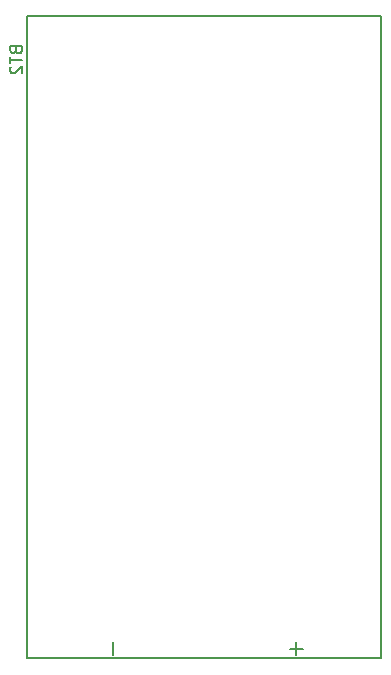
<source format=gbr>
G04 #@! TF.GenerationSoftware,KiCad,Pcbnew,8.0.5*
G04 #@! TF.CreationDate,2024-11-20T16:26:23+01:00*
G04 #@! TF.ProjectId,p2,70322e6b-6963-4616-945f-706362585858,rev?*
G04 #@! TF.SameCoordinates,Original*
G04 #@! TF.FileFunction,Legend,Bot*
G04 #@! TF.FilePolarity,Positive*
%FSLAX46Y46*%
G04 Gerber Fmt 4.6, Leading zero omitted, Abs format (unit mm)*
G04 Created by KiCad (PCBNEW 8.0.5) date 2024-11-20 16:26:23*
%MOMM*%
%LPD*%
G01*
G04 APERTURE LIST*
%ADD10C,0.150000*%
%ADD11C,0.127000*%
G04 APERTURE END LIST*
D10*
X167917009Y-41211285D02*
X167964628Y-41354142D01*
X167964628Y-41354142D02*
X168012247Y-41401761D01*
X168012247Y-41401761D02*
X168107485Y-41449380D01*
X168107485Y-41449380D02*
X168250342Y-41449380D01*
X168250342Y-41449380D02*
X168345580Y-41401761D01*
X168345580Y-41401761D02*
X168393200Y-41354142D01*
X168393200Y-41354142D02*
X168440819Y-41258904D01*
X168440819Y-41258904D02*
X168440819Y-40877952D01*
X168440819Y-40877952D02*
X167440819Y-40877952D01*
X167440819Y-40877952D02*
X167440819Y-41211285D01*
X167440819Y-41211285D02*
X167488438Y-41306523D01*
X167488438Y-41306523D02*
X167536057Y-41354142D01*
X167536057Y-41354142D02*
X167631295Y-41401761D01*
X167631295Y-41401761D02*
X167726533Y-41401761D01*
X167726533Y-41401761D02*
X167821771Y-41354142D01*
X167821771Y-41354142D02*
X167869390Y-41306523D01*
X167869390Y-41306523D02*
X167917009Y-41211285D01*
X167917009Y-41211285D02*
X167917009Y-40877952D01*
X167440819Y-41735095D02*
X167440819Y-42306523D01*
X168440819Y-42020809D02*
X167440819Y-42020809D01*
X167536057Y-42592238D02*
X167488438Y-42639857D01*
X167488438Y-42639857D02*
X167440819Y-42735095D01*
X167440819Y-42735095D02*
X167440819Y-42973190D01*
X167440819Y-42973190D02*
X167488438Y-43068428D01*
X167488438Y-43068428D02*
X167536057Y-43116047D01*
X167536057Y-43116047D02*
X167631295Y-43163666D01*
X167631295Y-43163666D02*
X167726533Y-43163666D01*
X167726533Y-43163666D02*
X167869390Y-43116047D01*
X167869390Y-43116047D02*
X168440819Y-42544619D01*
X168440819Y-42544619D02*
X168440819Y-43163666D01*
X176179533Y-91338667D02*
X176179533Y-92405334D01*
X191673533Y-91338667D02*
X191673533Y-92405334D01*
X192206866Y-91872000D02*
X191140200Y-91872000D01*
D11*
G04 #@! TO.C,BT2*
X198846000Y-92667000D02*
X168876000Y-92667000D01*
X198846000Y-38317000D02*
X198846000Y-92667000D01*
X168876000Y-92667000D02*
X168876000Y-38317000D01*
X168876000Y-38317000D02*
X198846000Y-38317000D01*
G04 #@! TD*
M02*

</source>
